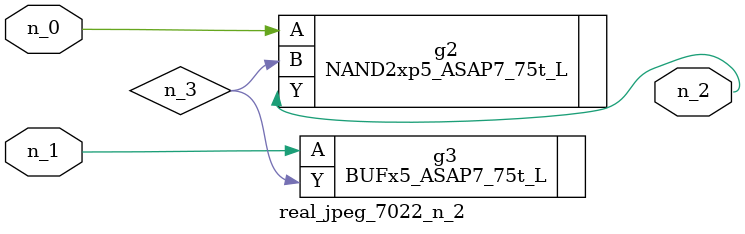
<source format=v>
module real_jpeg_7022_n_2 (n_1, n_0, n_2);

input n_1;
input n_0;

output n_2;

wire n_3;

NAND2xp5_ASAP7_75t_L g2 ( 
.A(n_0),
.B(n_3),
.Y(n_2)
);

BUFx5_ASAP7_75t_L g3 ( 
.A(n_1),
.Y(n_3)
);


endmodule
</source>
